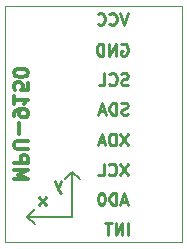
<source format=gbr>
%TF.GenerationSoftware,KiCad,Pcbnew,7.0.1*%
%TF.CreationDate,2023-08-30T00:37:42-03:00*%
%TF.ProjectId,PCB-MPU-9150,5043422d-4d50-4552-9d39-3135302e6b69,rev?*%
%TF.SameCoordinates,Original*%
%TF.FileFunction,Legend,Bot*%
%TF.FilePolarity,Positive*%
%FSLAX46Y46*%
G04 Gerber Fmt 4.6, Leading zero omitted, Abs format (unit mm)*
G04 Created by KiCad (PCBNEW 7.0.1) date 2023-08-30 00:37:42*
%MOMM*%
%LPD*%
G01*
G04 APERTURE LIST*
%ADD10C,0.250000*%
%ADD11C,0.300000*%
%ADD12C,0.150000*%
%ADD13C,0.200000*%
%TA.AperFunction,Profile*%
%ADD14C,0.100000*%
%TD*%
G04 APERTURE END LIST*
D10*
X165297142Y-59377619D02*
X165297142Y-58377619D01*
X164820952Y-59377619D02*
X164820952Y-58377619D01*
X164820952Y-58377619D02*
X164249524Y-59377619D01*
X164249524Y-59377619D02*
X164249524Y-58377619D01*
X163916190Y-58377619D02*
X163344762Y-58377619D01*
X163630476Y-59377619D02*
X163630476Y-58377619D01*
X165292380Y-53327619D02*
X164625714Y-54327619D01*
X164625714Y-53327619D02*
X165292380Y-54327619D01*
X163673333Y-54232380D02*
X163720952Y-54280000D01*
X163720952Y-54280000D02*
X163863809Y-54327619D01*
X163863809Y-54327619D02*
X163959047Y-54327619D01*
X163959047Y-54327619D02*
X164101904Y-54280000D01*
X164101904Y-54280000D02*
X164197142Y-54184761D01*
X164197142Y-54184761D02*
X164244761Y-54089523D01*
X164244761Y-54089523D02*
X164292380Y-53899047D01*
X164292380Y-53899047D02*
X164292380Y-53756190D01*
X164292380Y-53756190D02*
X164244761Y-53565714D01*
X164244761Y-53565714D02*
X164197142Y-53470476D01*
X164197142Y-53470476D02*
X164101904Y-53375238D01*
X164101904Y-53375238D02*
X163959047Y-53327619D01*
X163959047Y-53327619D02*
X163863809Y-53327619D01*
X163863809Y-53327619D02*
X163720952Y-53375238D01*
X163720952Y-53375238D02*
X163673333Y-53422857D01*
X162768571Y-54327619D02*
X163244761Y-54327619D01*
X163244761Y-54327619D02*
X163244761Y-53327619D01*
X165294761Y-49130000D02*
X165151904Y-49177619D01*
X165151904Y-49177619D02*
X164913809Y-49177619D01*
X164913809Y-49177619D02*
X164818571Y-49130000D01*
X164818571Y-49130000D02*
X164770952Y-49082380D01*
X164770952Y-49082380D02*
X164723333Y-48987142D01*
X164723333Y-48987142D02*
X164723333Y-48891904D01*
X164723333Y-48891904D02*
X164770952Y-48796666D01*
X164770952Y-48796666D02*
X164818571Y-48749047D01*
X164818571Y-48749047D02*
X164913809Y-48701428D01*
X164913809Y-48701428D02*
X165104285Y-48653809D01*
X165104285Y-48653809D02*
X165199523Y-48606190D01*
X165199523Y-48606190D02*
X165247142Y-48558571D01*
X165247142Y-48558571D02*
X165294761Y-48463333D01*
X165294761Y-48463333D02*
X165294761Y-48368095D01*
X165294761Y-48368095D02*
X165247142Y-48272857D01*
X165247142Y-48272857D02*
X165199523Y-48225238D01*
X165199523Y-48225238D02*
X165104285Y-48177619D01*
X165104285Y-48177619D02*
X164866190Y-48177619D01*
X164866190Y-48177619D02*
X164723333Y-48225238D01*
X164294761Y-49177619D02*
X164294761Y-48177619D01*
X164294761Y-48177619D02*
X164056666Y-48177619D01*
X164056666Y-48177619D02*
X163913809Y-48225238D01*
X163913809Y-48225238D02*
X163818571Y-48320476D01*
X163818571Y-48320476D02*
X163770952Y-48415714D01*
X163770952Y-48415714D02*
X163723333Y-48606190D01*
X163723333Y-48606190D02*
X163723333Y-48749047D01*
X163723333Y-48749047D02*
X163770952Y-48939523D01*
X163770952Y-48939523D02*
X163818571Y-49034761D01*
X163818571Y-49034761D02*
X163913809Y-49130000D01*
X163913809Y-49130000D02*
X164056666Y-49177619D01*
X164056666Y-49177619D02*
X164294761Y-49177619D01*
X163342380Y-48891904D02*
X162866190Y-48891904D01*
X163437618Y-49177619D02*
X163104285Y-48177619D01*
X163104285Y-48177619D02*
X162770952Y-49177619D01*
X165292380Y-50777619D02*
X164625714Y-51777619D01*
X164625714Y-50777619D02*
X165292380Y-51777619D01*
X164244761Y-51777619D02*
X164244761Y-50777619D01*
X164244761Y-50777619D02*
X164006666Y-50777619D01*
X164006666Y-50777619D02*
X163863809Y-50825238D01*
X163863809Y-50825238D02*
X163768571Y-50920476D01*
X163768571Y-50920476D02*
X163720952Y-51015714D01*
X163720952Y-51015714D02*
X163673333Y-51206190D01*
X163673333Y-51206190D02*
X163673333Y-51349047D01*
X163673333Y-51349047D02*
X163720952Y-51539523D01*
X163720952Y-51539523D02*
X163768571Y-51634761D01*
X163768571Y-51634761D02*
X163863809Y-51730000D01*
X163863809Y-51730000D02*
X164006666Y-51777619D01*
X164006666Y-51777619D02*
X164244761Y-51777619D01*
X163292380Y-51491904D02*
X162816190Y-51491904D01*
X163387618Y-51777619D02*
X163054285Y-50777619D01*
X163054285Y-50777619D02*
X162720952Y-51777619D01*
X165289999Y-40577619D02*
X164956666Y-41577619D01*
X164956666Y-41577619D02*
X164623333Y-40577619D01*
X163718571Y-41482380D02*
X163766190Y-41530000D01*
X163766190Y-41530000D02*
X163909047Y-41577619D01*
X163909047Y-41577619D02*
X164004285Y-41577619D01*
X164004285Y-41577619D02*
X164147142Y-41530000D01*
X164147142Y-41530000D02*
X164242380Y-41434761D01*
X164242380Y-41434761D02*
X164289999Y-41339523D01*
X164289999Y-41339523D02*
X164337618Y-41149047D01*
X164337618Y-41149047D02*
X164337618Y-41006190D01*
X164337618Y-41006190D02*
X164289999Y-40815714D01*
X164289999Y-40815714D02*
X164242380Y-40720476D01*
X164242380Y-40720476D02*
X164147142Y-40625238D01*
X164147142Y-40625238D02*
X164004285Y-40577619D01*
X164004285Y-40577619D02*
X163909047Y-40577619D01*
X163909047Y-40577619D02*
X163766190Y-40625238D01*
X163766190Y-40625238D02*
X163718571Y-40672857D01*
X162718571Y-41482380D02*
X162766190Y-41530000D01*
X162766190Y-41530000D02*
X162909047Y-41577619D01*
X162909047Y-41577619D02*
X163004285Y-41577619D01*
X163004285Y-41577619D02*
X163147142Y-41530000D01*
X163147142Y-41530000D02*
X163242380Y-41434761D01*
X163242380Y-41434761D02*
X163289999Y-41339523D01*
X163289999Y-41339523D02*
X163337618Y-41149047D01*
X163337618Y-41149047D02*
X163337618Y-41006190D01*
X163337618Y-41006190D02*
X163289999Y-40815714D01*
X163289999Y-40815714D02*
X163242380Y-40720476D01*
X163242380Y-40720476D02*
X163147142Y-40625238D01*
X163147142Y-40625238D02*
X163004285Y-40577619D01*
X163004285Y-40577619D02*
X162909047Y-40577619D01*
X162909047Y-40577619D02*
X162766190Y-40625238D01*
X162766190Y-40625238D02*
X162718571Y-40672857D01*
X165194761Y-56541904D02*
X164718571Y-56541904D01*
X165289999Y-56827619D02*
X164956666Y-55827619D01*
X164956666Y-55827619D02*
X164623333Y-56827619D01*
X164289999Y-56827619D02*
X164289999Y-55827619D01*
X164289999Y-55827619D02*
X164051904Y-55827619D01*
X164051904Y-55827619D02*
X163909047Y-55875238D01*
X163909047Y-55875238D02*
X163813809Y-55970476D01*
X163813809Y-55970476D02*
X163766190Y-56065714D01*
X163766190Y-56065714D02*
X163718571Y-56256190D01*
X163718571Y-56256190D02*
X163718571Y-56399047D01*
X163718571Y-56399047D02*
X163766190Y-56589523D01*
X163766190Y-56589523D02*
X163813809Y-56684761D01*
X163813809Y-56684761D02*
X163909047Y-56780000D01*
X163909047Y-56780000D02*
X164051904Y-56827619D01*
X164051904Y-56827619D02*
X164289999Y-56827619D01*
X163099523Y-55827619D02*
X163004285Y-55827619D01*
X163004285Y-55827619D02*
X162909047Y-55875238D01*
X162909047Y-55875238D02*
X162861428Y-55922857D01*
X162861428Y-55922857D02*
X162813809Y-56018095D01*
X162813809Y-56018095D02*
X162766190Y-56208571D01*
X162766190Y-56208571D02*
X162766190Y-56446666D01*
X162766190Y-56446666D02*
X162813809Y-56637142D01*
X162813809Y-56637142D02*
X162861428Y-56732380D01*
X162861428Y-56732380D02*
X162909047Y-56780000D01*
X162909047Y-56780000D02*
X163004285Y-56827619D01*
X163004285Y-56827619D02*
X163099523Y-56827619D01*
X163099523Y-56827619D02*
X163194761Y-56780000D01*
X163194761Y-56780000D02*
X163242380Y-56732380D01*
X163242380Y-56732380D02*
X163289999Y-56637142D01*
X163289999Y-56637142D02*
X163337618Y-56446666D01*
X163337618Y-56446666D02*
X163337618Y-56208571D01*
X163337618Y-56208571D02*
X163289999Y-56018095D01*
X163289999Y-56018095D02*
X163242380Y-55922857D01*
X163242380Y-55922857D02*
X163194761Y-55875238D01*
X163194761Y-55875238D02*
X163099523Y-55827619D01*
X165294761Y-46630000D02*
X165151904Y-46677619D01*
X165151904Y-46677619D02*
X164913809Y-46677619D01*
X164913809Y-46677619D02*
X164818571Y-46630000D01*
X164818571Y-46630000D02*
X164770952Y-46582380D01*
X164770952Y-46582380D02*
X164723333Y-46487142D01*
X164723333Y-46487142D02*
X164723333Y-46391904D01*
X164723333Y-46391904D02*
X164770952Y-46296666D01*
X164770952Y-46296666D02*
X164818571Y-46249047D01*
X164818571Y-46249047D02*
X164913809Y-46201428D01*
X164913809Y-46201428D02*
X165104285Y-46153809D01*
X165104285Y-46153809D02*
X165199523Y-46106190D01*
X165199523Y-46106190D02*
X165247142Y-46058571D01*
X165247142Y-46058571D02*
X165294761Y-45963333D01*
X165294761Y-45963333D02*
X165294761Y-45868095D01*
X165294761Y-45868095D02*
X165247142Y-45772857D01*
X165247142Y-45772857D02*
X165199523Y-45725238D01*
X165199523Y-45725238D02*
X165104285Y-45677619D01*
X165104285Y-45677619D02*
X164866190Y-45677619D01*
X164866190Y-45677619D02*
X164723333Y-45725238D01*
X163723333Y-46582380D02*
X163770952Y-46630000D01*
X163770952Y-46630000D02*
X163913809Y-46677619D01*
X163913809Y-46677619D02*
X164009047Y-46677619D01*
X164009047Y-46677619D02*
X164151904Y-46630000D01*
X164151904Y-46630000D02*
X164247142Y-46534761D01*
X164247142Y-46534761D02*
X164294761Y-46439523D01*
X164294761Y-46439523D02*
X164342380Y-46249047D01*
X164342380Y-46249047D02*
X164342380Y-46106190D01*
X164342380Y-46106190D02*
X164294761Y-45915714D01*
X164294761Y-45915714D02*
X164247142Y-45820476D01*
X164247142Y-45820476D02*
X164151904Y-45725238D01*
X164151904Y-45725238D02*
X164009047Y-45677619D01*
X164009047Y-45677619D02*
X163913809Y-45677619D01*
X163913809Y-45677619D02*
X163770952Y-45725238D01*
X163770952Y-45725238D02*
X163723333Y-45772857D01*
X162818571Y-46677619D02*
X163294761Y-46677619D01*
X163294761Y-46677619D02*
X163294761Y-45677619D01*
D11*
X155632095Y-54664285D02*
X156832095Y-54664285D01*
X156832095Y-54664285D02*
X155974952Y-54264285D01*
X155974952Y-54264285D02*
X156832095Y-53864285D01*
X156832095Y-53864285D02*
X155632095Y-53864285D01*
X155632095Y-53292856D02*
X156832095Y-53292856D01*
X156832095Y-53292856D02*
X156832095Y-52835713D01*
X156832095Y-52835713D02*
X156774952Y-52721428D01*
X156774952Y-52721428D02*
X156717809Y-52664285D01*
X156717809Y-52664285D02*
X156603523Y-52607142D01*
X156603523Y-52607142D02*
X156432095Y-52607142D01*
X156432095Y-52607142D02*
X156317809Y-52664285D01*
X156317809Y-52664285D02*
X156260666Y-52721428D01*
X156260666Y-52721428D02*
X156203523Y-52835713D01*
X156203523Y-52835713D02*
X156203523Y-53292856D01*
X156832095Y-52092856D02*
X155860666Y-52092856D01*
X155860666Y-52092856D02*
X155746380Y-52035713D01*
X155746380Y-52035713D02*
X155689238Y-51978571D01*
X155689238Y-51978571D02*
X155632095Y-51864285D01*
X155632095Y-51864285D02*
X155632095Y-51635713D01*
X155632095Y-51635713D02*
X155689238Y-51521428D01*
X155689238Y-51521428D02*
X155746380Y-51464285D01*
X155746380Y-51464285D02*
X155860666Y-51407142D01*
X155860666Y-51407142D02*
X156832095Y-51407142D01*
X156089238Y-50835713D02*
X156089238Y-49921428D01*
X155632095Y-49292856D02*
X155632095Y-49064285D01*
X155632095Y-49064285D02*
X155689238Y-48949999D01*
X155689238Y-48949999D02*
X155746380Y-48892856D01*
X155746380Y-48892856D02*
X155917809Y-48778571D01*
X155917809Y-48778571D02*
X156146380Y-48721428D01*
X156146380Y-48721428D02*
X156603523Y-48721428D01*
X156603523Y-48721428D02*
X156717809Y-48778571D01*
X156717809Y-48778571D02*
X156774952Y-48835714D01*
X156774952Y-48835714D02*
X156832095Y-48949999D01*
X156832095Y-48949999D02*
X156832095Y-49178571D01*
X156832095Y-49178571D02*
X156774952Y-49292856D01*
X156774952Y-49292856D02*
X156717809Y-49349999D01*
X156717809Y-49349999D02*
X156603523Y-49407142D01*
X156603523Y-49407142D02*
X156317809Y-49407142D01*
X156317809Y-49407142D02*
X156203523Y-49349999D01*
X156203523Y-49349999D02*
X156146380Y-49292856D01*
X156146380Y-49292856D02*
X156089238Y-49178571D01*
X156089238Y-49178571D02*
X156089238Y-48949999D01*
X156089238Y-48949999D02*
X156146380Y-48835714D01*
X156146380Y-48835714D02*
X156203523Y-48778571D01*
X156203523Y-48778571D02*
X156317809Y-48721428D01*
X155632095Y-47578571D02*
X155632095Y-48264285D01*
X155632095Y-47921428D02*
X156832095Y-47921428D01*
X156832095Y-47921428D02*
X156660666Y-48035714D01*
X156660666Y-48035714D02*
X156546380Y-48149999D01*
X156546380Y-48149999D02*
X156489238Y-48264285D01*
X156832095Y-46492857D02*
X156832095Y-47064285D01*
X156832095Y-47064285D02*
X156260666Y-47121428D01*
X156260666Y-47121428D02*
X156317809Y-47064285D01*
X156317809Y-47064285D02*
X156374952Y-46950000D01*
X156374952Y-46950000D02*
X156374952Y-46664285D01*
X156374952Y-46664285D02*
X156317809Y-46550000D01*
X156317809Y-46550000D02*
X156260666Y-46492857D01*
X156260666Y-46492857D02*
X156146380Y-46435714D01*
X156146380Y-46435714D02*
X155860666Y-46435714D01*
X155860666Y-46435714D02*
X155746380Y-46492857D01*
X155746380Y-46492857D02*
X155689238Y-46550000D01*
X155689238Y-46550000D02*
X155632095Y-46664285D01*
X155632095Y-46664285D02*
X155632095Y-46950000D01*
X155632095Y-46950000D02*
X155689238Y-47064285D01*
X155689238Y-47064285D02*
X155746380Y-47121428D01*
X156832095Y-45692857D02*
X156832095Y-45578571D01*
X156832095Y-45578571D02*
X156774952Y-45464285D01*
X156774952Y-45464285D02*
X156717809Y-45407143D01*
X156717809Y-45407143D02*
X156603523Y-45350000D01*
X156603523Y-45350000D02*
X156374952Y-45292857D01*
X156374952Y-45292857D02*
X156089238Y-45292857D01*
X156089238Y-45292857D02*
X155860666Y-45350000D01*
X155860666Y-45350000D02*
X155746380Y-45407143D01*
X155746380Y-45407143D02*
X155689238Y-45464285D01*
X155689238Y-45464285D02*
X155632095Y-45578571D01*
X155632095Y-45578571D02*
X155632095Y-45692857D01*
X155632095Y-45692857D02*
X155689238Y-45807143D01*
X155689238Y-45807143D02*
X155746380Y-45864285D01*
X155746380Y-45864285D02*
X155860666Y-45921428D01*
X155860666Y-45921428D02*
X156089238Y-45978571D01*
X156089238Y-45978571D02*
X156374952Y-45978571D01*
X156374952Y-45978571D02*
X156603523Y-45921428D01*
X156603523Y-45921428D02*
X156717809Y-45864285D01*
X156717809Y-45864285D02*
X156774952Y-45807143D01*
X156774952Y-45807143D02*
X156832095Y-45692857D01*
D10*
X164723333Y-43225238D02*
X164818571Y-43177619D01*
X164818571Y-43177619D02*
X164961428Y-43177619D01*
X164961428Y-43177619D02*
X165104285Y-43225238D01*
X165104285Y-43225238D02*
X165199523Y-43320476D01*
X165199523Y-43320476D02*
X165247142Y-43415714D01*
X165247142Y-43415714D02*
X165294761Y-43606190D01*
X165294761Y-43606190D02*
X165294761Y-43749047D01*
X165294761Y-43749047D02*
X165247142Y-43939523D01*
X165247142Y-43939523D02*
X165199523Y-44034761D01*
X165199523Y-44034761D02*
X165104285Y-44130000D01*
X165104285Y-44130000D02*
X164961428Y-44177619D01*
X164961428Y-44177619D02*
X164866190Y-44177619D01*
X164866190Y-44177619D02*
X164723333Y-44130000D01*
X164723333Y-44130000D02*
X164675714Y-44082380D01*
X164675714Y-44082380D02*
X164675714Y-43749047D01*
X164675714Y-43749047D02*
X164866190Y-43749047D01*
X164247142Y-44177619D02*
X164247142Y-43177619D01*
X164247142Y-43177619D02*
X163675714Y-44177619D01*
X163675714Y-44177619D02*
X163675714Y-43177619D01*
X163199523Y-44177619D02*
X163199523Y-43177619D01*
X163199523Y-43177619D02*
X162961428Y-43177619D01*
X162961428Y-43177619D02*
X162818571Y-43225238D01*
X162818571Y-43225238D02*
X162723333Y-43320476D01*
X162723333Y-43320476D02*
X162675714Y-43415714D01*
X162675714Y-43415714D02*
X162628095Y-43606190D01*
X162628095Y-43606190D02*
X162628095Y-43749047D01*
X162628095Y-43749047D02*
X162675714Y-43939523D01*
X162675714Y-43939523D02*
X162723333Y-44034761D01*
X162723333Y-44034761D02*
X162818571Y-44130000D01*
X162818571Y-44130000D02*
X162961428Y-44177619D01*
X162961428Y-44177619D02*
X163199523Y-44177619D01*
D12*
%TO.C,*%
D10*
X159594082Y-54777702D02*
X159355987Y-55444369D01*
X159117892Y-54777702D02*
X159355987Y-55444369D01*
X159355987Y-55444369D02*
X159451225Y-55682464D01*
X159451225Y-55682464D02*
X159498844Y-55730083D01*
X159498844Y-55730083D02*
X159594082Y-55777702D01*
X158317892Y-56844369D02*
X157794083Y-56177702D01*
X158317892Y-56177702D02*
X157794083Y-56844369D01*
D13*
X160565988Y-57841750D02*
X160565988Y-54031750D01*
X160565988Y-57841750D02*
X156755988Y-57841750D01*
X160565988Y-54031750D02*
X161200988Y-54666750D01*
X160565988Y-54031750D02*
X159930988Y-54666750D01*
X156755988Y-57841750D02*
X157390988Y-58476750D01*
X156755988Y-57841750D02*
X157390988Y-57206750D01*
%TD*%
D14*
X154885238Y-60000000D02*
X154885238Y-40000000D01*
X169885238Y-60000000D02*
X169885238Y-40000000D01*
X154885238Y-54825000D02*
X154885238Y-45175000D01*
X154885238Y-40000000D02*
X169885238Y-40000000D01*
X154885238Y-60000000D02*
X169885238Y-60000000D01*
M02*

</source>
